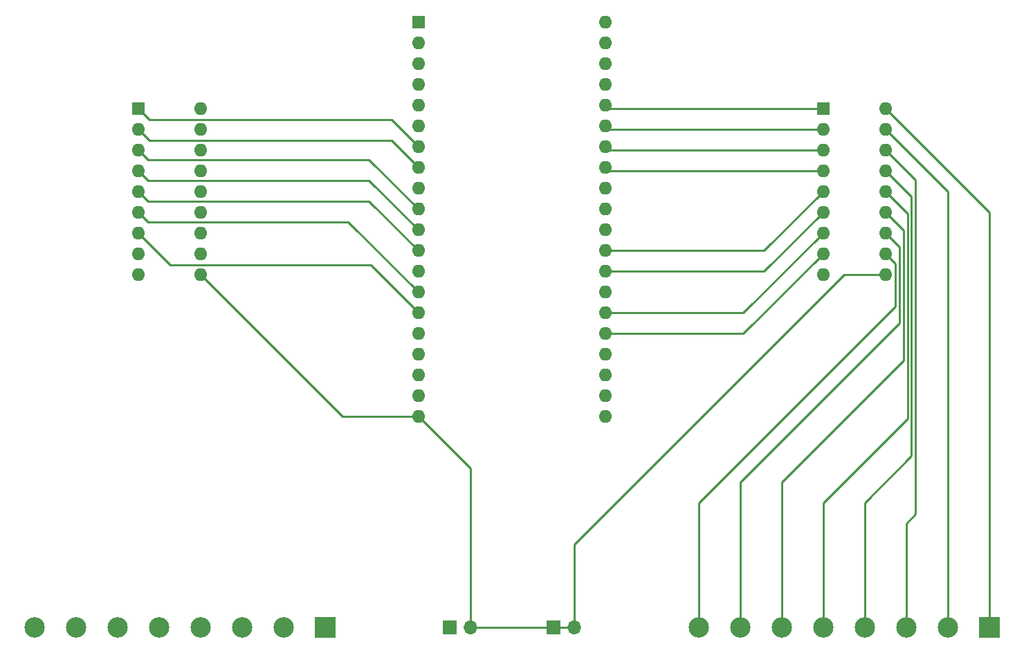
<source format=gbr>
%TF.GenerationSoftware,KiCad,Pcbnew,(6.0.1)*%
%TF.CreationDate,2022-07-03T17:59:52-04:00*%
%TF.ProjectId,tesy,74657379-2e6b-4696-9361-645f70636258,rev?*%
%TF.SameCoordinates,Original*%
%TF.FileFunction,Copper,L1,Top*%
%TF.FilePolarity,Positive*%
%FSLAX46Y46*%
G04 Gerber Fmt 4.6, Leading zero omitted, Abs format (unit mm)*
G04 Created by KiCad (PCBNEW (6.0.1)) date 2022-07-03 17:59:52*
%MOMM*%
%LPD*%
G01*
G04 APERTURE LIST*
%TA.AperFunction,ComponentPad*%
%ADD10R,1.600000X1.600000*%
%TD*%
%TA.AperFunction,ComponentPad*%
%ADD11O,1.600000X1.600000*%
%TD*%
%TA.AperFunction,ComponentPad*%
%ADD12R,2.500000X2.500000*%
%TD*%
%TA.AperFunction,ComponentPad*%
%ADD13C,2.500000*%
%TD*%
%TA.AperFunction,ComponentPad*%
%ADD14R,1.700000X1.700000*%
%TD*%
%TA.AperFunction,ComponentPad*%
%ADD15O,1.700000X1.700000*%
%TD*%
%TA.AperFunction,Conductor*%
%ADD16C,0.250000*%
%TD*%
G04 APERTURE END LIST*
D10*
%TO.P,U2,1,I1*%
%TO.N,Net-(U2-Pad1)*%
X127000000Y-66040000D03*
D11*
%TO.P,U2,2,I2*%
%TO.N,Net-(U2-Pad2)*%
X127000000Y-68580000D03*
%TO.P,U2,3,I3*%
%TO.N,Net-(U2-Pad3)*%
X127000000Y-71120000D03*
%TO.P,U2,4,I4*%
%TO.N,Net-(U2-Pad4)*%
X127000000Y-73660000D03*
%TO.P,U2,5,I5*%
%TO.N,Net-(U2-Pad5)*%
X127000000Y-76200000D03*
%TO.P,U2,6,I6*%
%TO.N,Net-(U2-Pad6)*%
X127000000Y-78740000D03*
%TO.P,U2,7,I7*%
%TO.N,Net-(U2-Pad7)*%
X127000000Y-81280000D03*
%TO.P,U2,8,I8*%
%TO.N,Net-(U2-Pad8)*%
X127000000Y-83820000D03*
%TO.P,U2,9,Vs*%
%TO.N,VCC*%
X127000000Y-86360000D03*
%TO.P,U2,10,GND*%
%TO.N,GND*%
X134620000Y-86360000D03*
%TO.P,U2,11,O8*%
%TO.N,Net-(J2-Pad8)*%
X134620000Y-83820000D03*
%TO.P,U2,12,O7*%
%TO.N,Net-(J2-Pad7)*%
X134620000Y-81280000D03*
%TO.P,U2,13,O6*%
%TO.N,Net-(J2-Pad6)*%
X134620000Y-78740000D03*
%TO.P,U2,14,O5*%
%TO.N,Net-(J2-Pad5)*%
X134620000Y-76200000D03*
%TO.P,U2,15,O4*%
%TO.N,Net-(J2-Pad4)*%
X134620000Y-73660000D03*
%TO.P,U2,16,O3*%
%TO.N,Net-(J2-Pad3)*%
X134620000Y-71120000D03*
%TO.P,U2,17,O2*%
%TO.N,Net-(J2-Pad2)*%
X134620000Y-68580000D03*
%TO.P,U2,18,O1*%
%TO.N,Net-(J2-Pad1)*%
X134620000Y-66040000D03*
%TD*%
D10*
%TO.P,U3,1,SenseVp*%
%TO.N,unconnected-(U3-Pad1)*%
X77470000Y-55483500D03*
D11*
%TO.P,U3,2,SenseVN*%
%TO.N,unconnected-(U3-Pad2)*%
X77470000Y-58023500D03*
%TO.P,U3,3,GND*%
%TO.N,unconnected-(U3-Pad3)*%
X77470000Y-60563500D03*
%TO.P,U3,4,Vin*%
%TO.N,unconnected-(U3-Pad4)*%
X77470000Y-63103500D03*
%TO.P,U3,5,IO35*%
%TO.N,unconnected-(U3-Pad5)*%
X77470000Y-65643500D03*
%TO.P,U3,6,IO34*%
%TO.N,unconnected-(U3-Pad6)*%
X77470000Y-68183500D03*
%TO.P,U3,7,IO33*%
%TO.N,Net-(U1-Pad1)*%
X77470000Y-70723500D03*
%TO.P,U3,8,IO32*%
%TO.N,Net-(U1-Pad2)*%
X77470000Y-73263500D03*
%TO.P,U3,9,3_3v*%
%TO.N,unconnected-(U3-Pad9)*%
X77470000Y-75803500D03*
%TO.P,U3,10,DAC0*%
%TO.N,Net-(U1-Pad3)*%
X77470000Y-78343500D03*
%TO.P,U3,11,DAC1*%
%TO.N,Net-(U1-Pad4)*%
X77470000Y-80883500D03*
%TO.P,U3,12,IO27*%
%TO.N,Net-(U1-Pad5)*%
X77470000Y-83423500D03*
%TO.P,U3,13,Vhi*%
%TO.N,VCC*%
X77470000Y-85963500D03*
%TO.P,U3,14,IO23*%
%TO.N,Net-(U1-Pad6)*%
X77470000Y-88503500D03*
%TO.P,U3,15,IO22*%
%TO.N,Net-(U1-Pad7)*%
X77470000Y-91043500D03*
%TO.P,U3,16,IO21*%
%TO.N,Net-(U1-Pad8)*%
X77470000Y-93583500D03*
%TO.P,U3,17,EN*%
%TO.N,unconnected-(U3-Pad17)*%
X77470000Y-96123500D03*
%TO.P,U3,18,3_3v*%
%TO.N,unconnected-(U3-Pad18)*%
X77470000Y-98663500D03*
%TO.P,U3,19,5v*%
%TO.N,unconnected-(U3-Pad19)*%
X77470000Y-101203500D03*
%TO.P,U3,20,GND*%
%TO.N,GND*%
X77470000Y-103743500D03*
%TO.P,U3,21,GND*%
%TO.N,unconnected-(U3-Pad21)*%
X100330000Y-103743500D03*
%TO.P,U3,22,Vin*%
%TO.N,unconnected-(U3-Pad22)*%
X100330000Y-101203500D03*
%TO.P,U3,23,3_3v*%
%TO.N,unconnected-(U3-Pad23)*%
X100330000Y-98663500D03*
%TO.P,U3,24,IO0*%
%TO.N,unconnected-(U3-Pad24)*%
X100330000Y-96123500D03*
%TO.P,U3,25,IO2*%
%TO.N,Net-(U2-Pad8)*%
X100330000Y-93583500D03*
%TO.P,U3,26,IO4*%
%TO.N,Net-(U2-Pad7)*%
X100330000Y-91043500D03*
%TO.P,U3,27,IO5*%
%TO.N,unconnected-(U3-Pad27)*%
X100330000Y-88503500D03*
%TO.P,U3,28,IO12*%
%TO.N,Net-(U2-Pad6)*%
X100330000Y-85963500D03*
%TO.P,U3,29,IO13*%
%TO.N,Net-(U2-Pad5)*%
X100330000Y-83423500D03*
%TO.P,U3,30,IO14*%
%TO.N,unconnected-(U3-Pad30)*%
X100330000Y-80883500D03*
%TO.P,U3,31,IO15*%
%TO.N,unconnected-(U3-Pad31)*%
X100330000Y-78343500D03*
%TO.P,U3,32,3_3v*%
%TO.N,unconnected-(U3-Pad32)*%
X100330000Y-75803500D03*
%TO.P,U3,33,IO16*%
%TO.N,Net-(U2-Pad4)*%
X100330000Y-73263500D03*
%TO.P,U3,34,IO17*%
%TO.N,Net-(U2-Pad3)*%
X100330000Y-70723500D03*
%TO.P,U3,35,IO18*%
%TO.N,Net-(U2-Pad2)*%
X100330000Y-68183500D03*
%TO.P,U3,36,IO19*%
%TO.N,Net-(U2-Pad1)*%
X100330000Y-65643500D03*
%TO.P,U3,37,Vin*%
%TO.N,unconnected-(U3-Pad37)*%
X100330000Y-63103500D03*
%TO.P,U3,38,GND*%
%TO.N,unconnected-(U3-Pad38)*%
X100330000Y-60563500D03*
%TO.P,U3,39,RxD*%
%TO.N,unconnected-(U3-Pad39)*%
X100330000Y-58023500D03*
%TO.P,U3,40,TxD*%
%TO.N,unconnected-(U3-Pad40)*%
X100330000Y-55483500D03*
%TD*%
D12*
%TO.P,J2,1,Pin_1*%
%TO.N,Net-(J2-Pad1)*%
X147340000Y-129540000D03*
D13*
%TO.P,J2,2,Pin_2*%
%TO.N,Net-(J2-Pad2)*%
X142260000Y-129540000D03*
%TO.P,J2,3,Pin_3*%
%TO.N,Net-(J2-Pad3)*%
X137180000Y-129540000D03*
%TO.P,J2,4,Pin_4*%
%TO.N,Net-(J2-Pad4)*%
X132100000Y-129540000D03*
%TO.P,J2,5,Pin_5*%
%TO.N,Net-(J2-Pad5)*%
X127020000Y-129540000D03*
%TO.P,J2,6,Pin_6*%
%TO.N,Net-(J2-Pad6)*%
X121940000Y-129540000D03*
%TO.P,J2,7,Pin_7*%
%TO.N,Net-(J2-Pad7)*%
X116860000Y-129540000D03*
%TO.P,J2,8,Pin_8*%
%TO.N,Net-(J2-Pad8)*%
X111780000Y-129540000D03*
%TD*%
D12*
%TO.P,J1,1,Pin_1*%
%TO.N,Net-(J1-Pad1)*%
X66060000Y-129540000D03*
D13*
%TO.P,J1,2,Pin_2*%
%TO.N,Net-(J1-Pad2)*%
X60980000Y-129540000D03*
%TO.P,J1,3,Pin_3*%
%TO.N,Net-(J1-Pad3)*%
X55900000Y-129540000D03*
%TO.P,J1,4,Pin_4*%
%TO.N,Net-(J1-Pad4)*%
X50820000Y-129540000D03*
%TO.P,J1,5,Pin_5*%
%TO.N,Net-(J1-Pad5)*%
X45740000Y-129540000D03*
%TO.P,J1,6,Pin_6*%
%TO.N,Net-(J1-Pad6)*%
X40660000Y-129540000D03*
%TO.P,J1,7,Pin_7*%
%TO.N,Net-(J1-Pad7)*%
X35580000Y-129540000D03*
%TO.P,J1,8,Pin_8*%
%TO.N,Net-(J1-Pad8)*%
X30500000Y-129540000D03*
%TD*%
D10*
%TO.P,U1,1,I1*%
%TO.N,Net-(U1-Pad1)*%
X43180000Y-66040000D03*
D11*
%TO.P,U1,2,I2*%
%TO.N,Net-(U1-Pad2)*%
X43180000Y-68580000D03*
%TO.P,U1,3,I3*%
%TO.N,Net-(U1-Pad3)*%
X43180000Y-71120000D03*
%TO.P,U1,4,I4*%
%TO.N,Net-(U1-Pad4)*%
X43180000Y-73660000D03*
%TO.P,U1,5,I5*%
%TO.N,Net-(U1-Pad5)*%
X43180000Y-76200000D03*
%TO.P,U1,6,I6*%
%TO.N,Net-(U1-Pad6)*%
X43180000Y-78740000D03*
%TO.P,U1,7,I7*%
%TO.N,Net-(U1-Pad7)*%
X43180000Y-81280000D03*
%TO.P,U1,8,I8*%
%TO.N,Net-(U1-Pad8)*%
X43180000Y-83820000D03*
%TO.P,U1,9,Vs*%
%TO.N,VCC*%
X43180000Y-86360000D03*
%TO.P,U1,10,GND*%
%TO.N,GND*%
X50800000Y-86360000D03*
%TO.P,U1,11,O8*%
%TO.N,Net-(J1-Pad8)*%
X50800000Y-83820000D03*
%TO.P,U1,12,O7*%
%TO.N,Net-(J1-Pad7)*%
X50800000Y-81280000D03*
%TO.P,U1,13,O6*%
%TO.N,Net-(J1-Pad6)*%
X50800000Y-78740000D03*
%TO.P,U1,14,O5*%
%TO.N,Net-(J1-Pad5)*%
X50800000Y-76200000D03*
%TO.P,U1,15,O4*%
%TO.N,Net-(J1-Pad4)*%
X50800000Y-73660000D03*
%TO.P,U1,16,O3*%
%TO.N,Net-(J1-Pad3)*%
X50800000Y-71120000D03*
%TO.P,U1,17,O2*%
%TO.N,Net-(J1-Pad2)*%
X50800000Y-68580000D03*
%TO.P,U1,18,O1*%
%TO.N,Net-(J1-Pad1)*%
X50800000Y-66040000D03*
%TD*%
D14*
%TO.P,J3,1,Pin_1*%
%TO.N,VCC*%
X81280000Y-129540000D03*
D15*
%TO.P,J3,2,Pin_2*%
%TO.N,GND*%
X83820000Y-129540000D03*
%TD*%
D14*
%TO.P,J4,1,Pin_1*%
%TO.N,GND*%
X93980000Y-129540000D03*
D15*
%TO.P,J4,2,Pin_2*%
X96520000Y-129540000D03*
%TD*%
D16*
%TO.N,Net-(U1-Pad2)*%
X44541489Y-69941489D02*
X43180000Y-68580000D01*
X77470000Y-73263500D02*
X74147989Y-69941489D01*
X74147989Y-69941489D02*
X44541489Y-69941489D01*
%TO.N,Net-(U1-Pad1)*%
X74147989Y-67401489D02*
X44541489Y-67401489D01*
X44541489Y-67401489D02*
X43180000Y-66040000D01*
X77470000Y-70723500D02*
X74147989Y-67401489D01*
%TO.N,Net-(U1-Pad3)*%
X77470000Y-78343500D02*
X71425011Y-72298511D01*
X71425011Y-72298511D02*
X44358511Y-72298511D01*
X44358511Y-72298511D02*
X43180000Y-71120000D01*
%TO.N,Net-(U1-Pad4)*%
X44358511Y-74838511D02*
X43180000Y-73660000D01*
X77470000Y-80883500D02*
X71425011Y-74838511D01*
X71425011Y-74838511D02*
X44358511Y-74838511D01*
%TO.N,Net-(U1-Pad5)*%
X71425011Y-77378511D02*
X44358511Y-77378511D01*
X77470000Y-83423500D02*
X71425011Y-77378511D01*
X44358511Y-77378511D02*
X43180000Y-76200000D01*
%TO.N,Net-(U1-Pad6)*%
X44358511Y-79918511D02*
X43180000Y-78740000D01*
X77470000Y-88503500D02*
X68885011Y-79918511D01*
X68885011Y-79918511D02*
X44358511Y-79918511D01*
%TO.N,Net-(U1-Pad7)*%
X77470000Y-91043500D02*
X71607989Y-85181489D01*
X71607989Y-85181489D02*
X47081489Y-85181489D01*
X47081489Y-85181489D02*
X43180000Y-81280000D01*
%TO.N,GND*%
X96520000Y-129540000D02*
X93980000Y-129540000D01*
X93980000Y-129540000D02*
X83820000Y-129540000D01*
X68183500Y-103743500D02*
X50800000Y-86360000D01*
X129540000Y-86360000D02*
X96520000Y-119380000D01*
X134620000Y-86360000D02*
X129540000Y-86360000D01*
X83820000Y-110093500D02*
X77470000Y-103743500D01*
X77470000Y-103743500D02*
X68183500Y-103743500D01*
X96520000Y-119380000D02*
X96520000Y-129540000D01*
X83820000Y-129540000D02*
X83820000Y-110093500D01*
%TO.N,Net-(U2-Pad1)*%
X100726500Y-66040000D02*
X100330000Y-65643500D01*
X127000000Y-66040000D02*
X100726500Y-66040000D01*
%TO.N,Net-(U2-Pad2)*%
X127000000Y-68580000D02*
X100726500Y-68580000D01*
X100726500Y-68580000D02*
X100330000Y-68183500D01*
%TO.N,Net-(U2-Pad3)*%
X127000000Y-71120000D02*
X100726500Y-71120000D01*
X100726500Y-71120000D02*
X100330000Y-70723500D01*
%TO.N,Net-(U2-Pad4)*%
X100726500Y-73660000D02*
X100330000Y-73263500D01*
X127000000Y-73660000D02*
X100726500Y-73660000D01*
%TO.N,Net-(U2-Pad5)*%
X100330000Y-83423500D02*
X119776500Y-83423500D01*
X119776500Y-83423500D02*
X127000000Y-76200000D01*
%TO.N,Net-(U2-Pad6)*%
X119776500Y-85963500D02*
X127000000Y-78740000D01*
X100330000Y-85963500D02*
X119776500Y-85963500D01*
%TO.N,Net-(U2-Pad7)*%
X100330000Y-91043500D02*
X117236500Y-91043500D01*
X117236500Y-91043500D02*
X127000000Y-81280000D01*
%TO.N,Net-(U2-Pad8)*%
X100330000Y-93583500D02*
X117236500Y-93583500D01*
X117236500Y-93583500D02*
X127000000Y-83820000D01*
%TO.N,Net-(J2-Pad8)*%
X111760000Y-114300000D02*
X111780000Y-114320000D01*
X111780000Y-114320000D02*
X111780000Y-129540000D01*
X135798511Y-90261489D02*
X111760000Y-114300000D01*
X135798511Y-84998511D02*
X135798511Y-90261489D01*
X134620000Y-83820000D02*
X135798511Y-84998511D01*
%TO.N,Net-(J2-Pad7)*%
X136302030Y-82962030D02*
X136302030Y-92297970D01*
X136302030Y-92297970D02*
X116840000Y-111760000D01*
X116840000Y-111760000D02*
X116860000Y-111780000D01*
X116860000Y-111780000D02*
X116860000Y-129540000D01*
X134620000Y-81280000D02*
X136302030Y-82962030D01*
%TO.N,Net-(J2-Pad6)*%
X136805549Y-96874451D02*
X121920000Y-111760000D01*
X121940000Y-111780000D02*
X121940000Y-129540000D01*
X136805549Y-80925549D02*
X136805549Y-96874451D01*
X121920000Y-111760000D02*
X121940000Y-111780000D01*
X134620000Y-78740000D02*
X136805549Y-80925549D01*
%TO.N,Net-(J2-Pad5)*%
X137309069Y-78889069D02*
X137309069Y-103990931D01*
X137309069Y-103990931D02*
X127000000Y-114300000D01*
X134620000Y-76200000D02*
X137309069Y-78889069D01*
X127000000Y-114300000D02*
X127020000Y-114320000D01*
X127020000Y-114320000D02*
X127020000Y-129540000D01*
%TO.N,Net-(J2-Pad4)*%
X137812588Y-76852588D02*
X137812588Y-108567412D01*
X132100000Y-114320000D02*
X132100000Y-129540000D01*
X134620000Y-73660000D02*
X137812588Y-76852588D01*
X137812588Y-108567412D02*
X132080000Y-114300000D01*
X132080000Y-114300000D02*
X132100000Y-114320000D01*
%TO.N,Net-(J2-Pad3)*%
X138316107Y-115683893D02*
X137160000Y-116840000D01*
X137160000Y-116840000D02*
X137180000Y-116860000D01*
X137180000Y-116860000D02*
X137180000Y-129540000D01*
X138316107Y-74816107D02*
X138316107Y-115683893D01*
X134620000Y-71120000D02*
X138316107Y-74816107D01*
%TO.N,Net-(J2-Pad2)*%
X134620000Y-68580000D02*
X142260000Y-76220000D01*
X142260000Y-76220000D02*
X142260000Y-129540000D01*
%TO.N,Net-(J2-Pad1)*%
X147340000Y-78760000D02*
X134620000Y-66040000D01*
X147340000Y-129540000D02*
X147340000Y-78760000D01*
%TD*%
M02*

</source>
